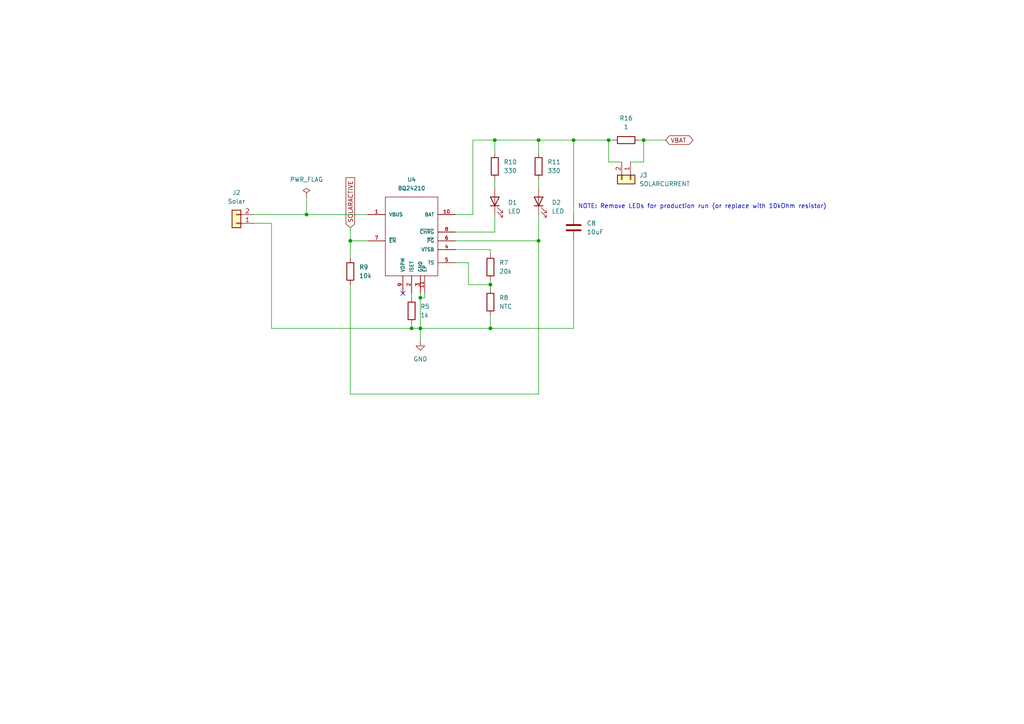
<source format=kicad_sch>
(kicad_sch (version 20231120) (generator "eeschema") (generator_version "8.0")
  (paper "A4")
  (title_block (date "2024-11-26"))
  (lib_symbols
    (symbol "Connector_Generic:Conn_01x02" (pin_names (offset 1.016) hide)
      (property "Reference" "J" (at 0 2.54 0))
      (property "Value" "Conn_01x02" (at 0 -5.08 0))
      (symbol "Conn_01x02_1_1"
        (rectangle (start -1.27 -2.413) (end 0 -2.667) (stroke (width 0.1524)))
        (rectangle (start -1.27 0.127) (end 0 -0.127) (stroke (width 0.1524)))
        (rectangle (start -1.27 1.27) (end 1.27 -3.81) (stroke (width 0.254)) (fill (type background)))
        (pin passive line (at -5.08 0 0) (length 3.81) (name "Pin_1") (number "1"))
        (pin passive line (at -5.08 -2.54 0) (length 3.81) (name "Pin_2") (number "2"))
      )
    )
    (symbol "Device:C" (pin_numbers hide) (pin_names (offset 0.254))
      (property "Reference" "C" (at 0.635 2.54 0))
      (property "Value" "C" (at 0.635 -2.54 0))
      (symbol "C_0_1"
        (polyline (pts (xy -2.032 -0.762) (xy 2.032 -0.762)) (stroke (width 0.508)))
        (polyline (pts (xy -2.032 0.762) (xy 2.032 0.762)) (stroke (width 0.508)))
      )
      (symbol "C_1_1"
        (pin passive line (at 0 3.81 270) (length 2.794) (name "~") (number "1"))
        (pin passive line (at 0 -3.81 90) (length 2.794) (name "~") (number "2"))
      )
    )
    (symbol "Device:LED" (pin_numbers hide) (pin_names (offset 1.016) hide)
      (property "Reference" "D" (at 0 2.54 0))
      (property "Value" "LED" (at 0 -2.54 0))
      (symbol "LED_0_1"
        (polyline (pts (xy -1.27 -1.27) (xy -1.27 1.27)) (stroke (width 0.254)))
        (polyline (pts (xy -1.27 0) (xy 1.27 0)))
        (polyline (pts (xy 1.27 -1.27) (xy 1.27 1.27) (xy -1.27 0) (xy 1.27 -1.27)) (stroke (width 0.254)))
        (polyline (pts (xy -3.048 -0.762) (xy -4.572 -2.286) (xy -3.81 -2.286) (xy -4.572 -2.286) (xy -4.572 -1.524)))
        (polyline (pts (xy -1.778 -0.762) (xy -3.302 -2.286) (xy -2.54 -2.286) (xy -3.302 -2.286) (xy -3.302 -1.524)))
      )
      (symbol "LED_1_1"
        (pin passive line (at -3.81 0 0) (length 2.54) (name "K") (number "1"))
        (pin passive line (at 3.81 0 180) (length 2.54) (name "A") (number "2"))
      )
    )
    (symbol "Device:R" (pin_numbers hide) (pin_names (offset 0))
      (property "Reference" "R" (at 2.032 0 90))
      (property "Value" "R" (at 0 0 90))
      (symbol "R_0_1"
        (rectangle (start -1.016 -2.54) (end 1.016 2.54) (stroke (width 0.254)))
      )
      (symbol "R_1_1"
        (pin passive line (at 0 3.81 270) (length 1.27) (name "~") (number "1"))
        (pin passive line (at 0 -3.81 90) (length 1.27) (name "~") (number "2"))
      )
    )
    (symbol "SmarterSilo:BQ24210" (pin_names (offset 1.016))
      (property "Reference" "U" (at -7.62 10.16 0))
      (property "Value" "BQ24210" (at 0 10.16 0))
      (property "Datasheet" "https://www.ti.com/lit/ds/symlink/bq24210.pdf" (at 1.524 -27.178 0))
      (symbol "BQ24210_1_0"
        (polyline (pts (xy -7.62 -12.7) (xy -7.62 10.16)))
        (polyline (pts (xy -7.62 10.16) (xy 7.62 10.16)))
        (polyline (pts (xy 7.62 10.16) (xy 7.62 -12.7)))
        (polyline (pts (xy 7.62 -12.7) (xy 0 -12.7) (xy -7.62 -12.7)))
      )
      (symbol "BQ24210_1_1"
        (pin power_in line (at -12.7 5.08 0) (length 5.08) (name "VBUS") (number "1"))
        (pin power_out line (at 12.7 5.08 180) (length 5.08) (name "BAT") (number "10"))
        (pin power_in line (at 3.81 -17.78 90) (length 5.08) (name "EP") (number "11"))
        (pin input line (at 0 -17.78 90) (length 5.08) (name "ISET") (number "2"))
        (pin power_in line (at 2.54 -17.78 90) (length 5.08) (name "GND") (number "3"))
        (pin input line (at 12.7 -5.08 180) (length 5.08) (name "VTSB") (number "4"))
        (pin input line (at 12.7 -8.89 180) (length 5.08) (name "TS") (number "5"))
        (pin input line (at 12.7 -2.54 180) (length 5.08) (name "~{PG}") (number "6"))
        (pin input line (at -12.7 -2.54 0) (length 5.08) (name "~{EN}") (number "7"))
        (pin input line (at 12.7 0 180) (length 5.08) (name "~{CHRG}") (number "8"))
        (pin input line (at -2.54 -17.78 90) (length 5.08) (name "VDPM") (number "9"))
      )
    )
    (symbol "power:GND" (power) (pin_numbers hide) (pin_names (offset 0) hide)
      (property "Value" "GND" (at 0 -3.81 0))
      (symbol "GND_0_1"
        (polyline (pts (xy 0 0) (xy 0 -1.27) (xy 1.27 -1.27) (xy 0 -2.54) (xy -1.27 -1.27) (xy 0 -1.27)))
      )
      (symbol "GND_1_1"
        (pin power_in line (at 0 0 270) (length 0) (name "~") (number "1"))
      )
    )
    (symbol "power:PWR_FLAG" (power) (pin_numbers hide) (pin_names (offset 0) hide)
      (property "Value" "PWR_FLAG" (at 0 3.81 0))
      (symbol "PWR_FLAG_0_0"
        (pin power_out line (at 0 0 90) (length 0) (name "~") (number "1"))
      )
      (symbol "PWR_FLAG_0_1"
        (polyline (pts (xy 0 0) (xy 0 1.27) (xy -1.016 1.905) (xy 0 2.54) (xy 1.016 1.905) (xy 0 1.27)))
      )
    )
  )
  (junction (at 176.53 40.64))
  (junction (at 121.92 95.25))
  (junction (at 119.38 95.25))
  (junction (at 101.6 69.85))
  (junction (at 143.51 40.64))
  (junction (at 156.21 69.85))
  (junction (at 142.24 95.25))
  (junction (at 142.24 82.55))
  (junction (at 156.21 40.64))
  (junction (at 186.69 40.64))
  (junction (at 166.37 40.64))
  (junction (at 121.92 86.36))
  (junction (at 88.9 62.23))
  (no_connect (at 116.84 85.09))
  (wire (pts (xy 78.74 95.25) (xy 119.38 95.25)))
  (wire (pts (xy 176.53 40.64) (xy 177.8 40.64)))
  (wire (pts (xy 119.38 95.25) (xy 121.92 95.25)))
  (wire (pts (xy 156.21 40.64) (xy 156.21 44.45)))
  (wire (pts (xy 143.51 52.07) (xy 143.51 54.61)))
  (wire (pts (xy 185.42 40.64) (xy 186.69 40.64)))
  (wire (pts (xy 73.66 62.23) (xy 88.9 62.23)))
  (wire (pts (xy 132.08 67.31) (xy 143.51 67.31)))
  (wire (pts (xy 73.66 64.77) (xy 78.74 64.77)))
  (wire (pts (xy 143.51 40.64) (xy 137.16 40.64)))
  (wire (pts (xy 121.92 95.25) (xy 121.92 99.06)))
  (wire (pts (xy 101.6 82.55) (xy 101.6 114.3)))
  (wire (pts (xy 135.89 82.55) (xy 135.89 76.2)))
  (wire (pts (xy 88.9 57.15) (xy 88.9 62.23)))
  (wire (pts (xy 166.37 40.64) (xy 176.53 40.64)))
  (wire (pts (xy 166.37 69.85) (xy 166.37 95.25)))
  (wire (pts (xy 180.34 46.99) (xy 176.53 46.99)))
  (wire (pts (xy 137.16 40.64) (xy 137.16 62.23)))
  (wire (pts (xy 142.24 82.55) (xy 135.89 82.55)))
  (wire (pts (xy 142.24 82.55) (xy 142.24 83.82)))
  (wire (pts (xy 78.74 64.77) (xy 78.74 95.25)))
  (wire (pts (xy 156.21 40.64) (xy 143.51 40.64)))
  (wire (pts (xy 142.24 95.25) (xy 142.24 91.44)))
  (wire (pts (xy 121.92 95.25) (xy 142.24 95.25)))
  (wire (pts (xy 106.68 69.85) (xy 101.6 69.85)))
  (wire (pts (xy 156.21 40.64) (xy 166.37 40.64)))
  (wire (pts (xy 119.38 85.09) (xy 119.38 86.36)))
  (wire (pts (xy 121.92 86.36) (xy 121.92 95.25)))
  (wire (pts (xy 88.9 62.23) (xy 106.68 62.23)))
  (wire (pts (xy 101.6 114.3) (xy 156.21 114.3)))
  (wire (pts (xy 123.19 86.36) (xy 123.19 85.09)))
  (wire (pts (xy 132.08 72.39) (xy 142.24 72.39)))
  (wire (pts (xy 135.89 76.2) (xy 132.08 76.2)))
  (wire (pts (xy 156.21 114.3) (xy 156.21 69.85)))
  (wire (pts (xy 186.69 46.99) (xy 186.69 40.64)))
  (wire (pts (xy 143.51 40.64) (xy 143.51 44.45)))
  (wire (pts (xy 119.38 93.98) (xy 119.38 95.25)))
  (wire (pts (xy 156.21 62.23) (xy 156.21 69.85)))
  (wire (pts (xy 186.69 40.64) (xy 193.04 40.64)))
  (wire (pts (xy 176.53 46.99) (xy 176.53 40.64)))
  (wire (pts (xy 142.24 72.39) (xy 142.24 73.66)))
  (wire (pts (xy 101.6 69.85) (xy 101.6 74.93)))
  (wire (pts (xy 121.92 85.09) (xy 121.92 86.36)))
  (wire (pts (xy 142.24 81.28) (xy 142.24 82.55)))
  (wire (pts (xy 156.21 52.07) (xy 156.21 54.61)))
  (wire (pts (xy 121.92 86.36) (xy 123.19 86.36)))
  (wire (pts (xy 166.37 95.25) (xy 142.24 95.25)))
  (wire (pts (xy 182.88 46.99) (xy 186.69 46.99)))
  (wire (pts (xy 166.37 40.64) (xy 166.37 62.23)))
  (wire (pts (xy 143.51 62.23) (xy 143.51 67.31)))
  (wire (pts (xy 156.21 69.85) (xy 132.08 69.85)))
  (wire (pts (xy 137.16 62.23) (xy 132.08 62.23)))
  (wire (pts (xy 101.6 66.04) (xy 101.6 69.85)))
  (text "NOTE: Remove LEDs for production run (or replace with 10kOhm resistor)" (at 203.708 59.944 0) (effects (font (size 1.27 1.27))))
  (global_label "VBAT" (shape bidirectional) (at 193.04 40.64 0) (property "Intersheetrefs" "${INTERSHEET_REFS}" (effects (hide yes))))
  (global_label "SOLARACTIVE" (shape input) (at 101.6 66.04 90) (property "Intersheetrefs" "${INTERSHEET_REFS}" (effects (hide yes))))
  (symbol (lib_id "Device:LED") (at 143.51 58.42 90) (unit 1)
    (property "Reference" "D1" (at 147.32 58.7374 90) (effects (justify right)))
    (property "Value" "LED" (at 147.32 61.2774 90) (effects (justify right)))
    (property "Footprint" "LED_SMD:LED_0603_1608Metric" (effects (hide yes)))
    (property "Description" "Light emitting diode" (effects (hide yes)))
  )
  (symbol (lib_id "Device:R") (at 142.24 77.47 0) (unit 1)
    (property "Reference" "R7" (at 144.78 76.1999 0) (effects (justify left)))
    (property "Value" "20k" (at 144.78 78.7399 0) (effects (justify left)))
    (property "Footprint" "Resistor_SMD:R_0603_1608Metric" (effects (hide yes)))
    (property "Description" "Resistor" (effects (hide yes)))
  )
  (symbol (lib_id "Connector_Generic:Conn_01x02") (at 182.88 52.07 270) (unit 1)
    (property "Reference" "J3" (at 185.42 50.7999 90) (effects (justify left)))
    (property "Value" "SOLARCURRENT" (at 185.42 53.3399 90) (effects (justify left)))
    (property "Footprint" "Connector_PinHeader_2.54mm:PinHeader_1x02_P2.54mm_Vertical" (effects (hide yes)))
    (property "Description" "Generic connector, single row, 01x02, script generated (kicad-library-utils/schlib/autogen/connector/)" (effects (hide yes)))
  )
  (symbol (lib_id "Device:C") (at 166.37 66.04 0) (unit 1)
    (property "Reference" "C8" (at 170.18 64.7699 0) (effects (justify left)))
    (property "Value" "10uF" (at 170.18 67.3099 0) (effects (justify left)))
    (property "Footprint" "Capacitor_SMD:C_0805_2012Metric" (effects (hide yes)))
    (property "Description" "Unpolarized capacitor" (effects (hide yes)))
  )
  (symbol (lib_id "Device:R") (at 143.51 48.26 0) (unit 1)
    (property "Reference" "R10" (at 146.05 46.9899 0) (effects (justify left)))
    (property "Value" "330" (at 146.05 49.5299 0) (effects (justify left)))
    (property "Footprint" "Resistor_SMD:R_0603_1608Metric" (effects (hide yes)))
    (property "Description" "Resistor" (effects (hide yes)))
  )
  (symbol (lib_id "Device:R") (at 119.38 90.17 0) (unit 1)
    (property "Reference" "R5" (at 121.92 88.8999 0) (effects (justify left)))
    (property "Value" "1k" (at 121.92 91.4399 0) (effects (justify left)))
    (property "Footprint" "Resistor_SMD:R_0603_1608Metric" (effects (hide yes)))
    (property "Description" "Resistor" (effects (hide yes)))
  )
  (symbol (lib_id "SmarterSilo:BQ24210") (at 119.38 67.31 0) (unit 1)
    (property "Reference" "U4" (at 119.38 52.07 0) (effects (font (size 1.143 1.143))))
    (property "Value" "BQ24210" (at 119.38 54.61 0) (effects (font (size 1.143 1.143))))
    (property "Footprint" "Package_SON:WSON-10-1EP_2.5x2.5mm_P0.5mm_EP1.2x2mm" (effects (hide yes)))
    (property "Datasheet" "https://www.ti.com/lit/ds/symlink/bq24210.pdf" (effects (hide yes)))
  )
  (symbol (lib_id "Connector_Generic:Conn_01x02") (at 68.58 64.77 180) (unit 1)
    (property "Reference" "J2" (at 68.58 55.88 0))
    (property "Value" "Solar" (at 68.58 58.42 0))
    (property "Footprint" "Connector_PinHeader_2.54mm:PinHeader_1x02_P2.54mm_Vertical" (effects (hide yes)))
    (property "Description" "Generic connector, single row, 01x02, script generated (kicad-library-utils/schlib/autogen/connector/)" (effects (hide yes)))
  )
  (symbol (lib_id "Device:LED") (at 156.21 58.42 90) (unit 1)
    (property "Reference" "D2" (at 160.02 58.7374 90) (effects (justify right)))
    (property "Value" "LED" (at 160.02 61.2774 90) (effects (justify right)))
    (property "Footprint" "LED_SMD:LED_0603_1608Metric" (effects (hide yes)))
    (property "Description" "Light emitting diode" (effects (hide yes)))
  )
  (symbol (lib_id "power:GND") (at 121.92 99.06 0) (unit 1)
    (property "Reference" "#PWR05" (effects (hide yes)))
    (property "Value" "GND" (at 121.92 104.14 0))
    (property "Description" "Power symbol creates a global label with name \"GND\" , ground" (effects (hide yes)))
  )
  (symbol (lib_id "Device:R") (at 156.21 48.26 0) (unit 1)
    (property "Reference" "R11" (at 158.75 46.9899 0) (effects (justify left)))
    (property "Value" "330" (at 158.75 49.5299 0) (effects (justify left)))
    (property "Footprint" "Resistor_SMD:R_0603_1608Metric" (effects (hide yes)))
    (property "Description" "Resistor" (effects (hide yes)))
  )
  (symbol (lib_id "Device:R") (at 181.61 40.64 90) (unit 1)
    (property "Reference" "R16" (at 181.61 34.29 90))
    (property "Value" "1" (at 181.61 36.83 90))
    (property "Footprint" "Resistor_SMD:R_0603_1608Metric" (effects (hide yes)))
    (property "Description" "Resistor" (effects (hide yes)))
  )
  (symbol (lib_id "Device:R") (at 101.6 78.74 0) (unit 1)
    (property "Reference" "R9" (at 104.14 77.4699 0) (effects (justify left)))
    (property "Value" "10k" (at 104.14 80.0099 0) (effects (justify left)))
    (property "Footprint" "Resistor_SMD:R_0603_1608Metric" (effects (hide yes)))
    (property "Description" "Resistor" (effects (hide yes)))
  )
  (symbol (lib_id "power:PWR_FLAG") (at 88.9 57.15 0) (unit 1)
    (property "Reference" "#FLG03" (effects (hide yes)))
    (property "Value" "PWR_FLAG" (at 88.9 52.07 0))
    (property "Description" "Special symbol for telling ERC where power comes from" (effects (hide yes)))
  )
  (symbol (lib_id "Device:R") (at 142.24 87.63 0) (unit 1)
    (property "Reference" "R8" (at 144.78 86.3599 0) (effects (justify left)))
    (property "Value" "NTC" (at 144.78 88.8999 0) (effects (justify left)))
    (property "Footprint" "Resistor_SMD:R_0603_1608Metric" (effects (hide yes)))
    (property "Description" "Resistor" (effects (hide yes)))
  )
)
</source>
